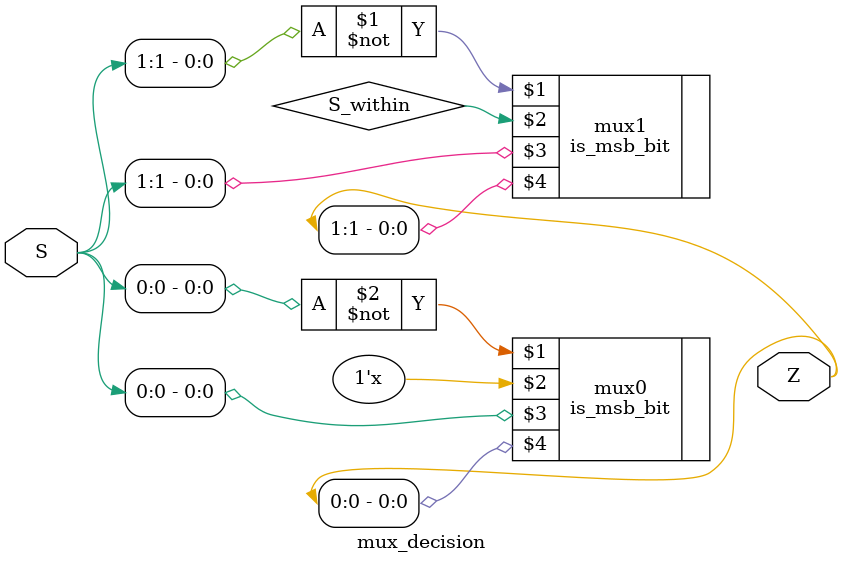
<source format=v>
`timescale 1ns / 1ps


module mux_decision(
    input [1:0]S,
    output [1:0]Z
    );
    
    wire S_within;
    
    is_msb_bit mux1(~S[1],S_within, S[1], Z[1]);
    is_msb_bit mux0(~S[0],S_within[2], S[0], Z[0]);

    
endmodule

</source>
